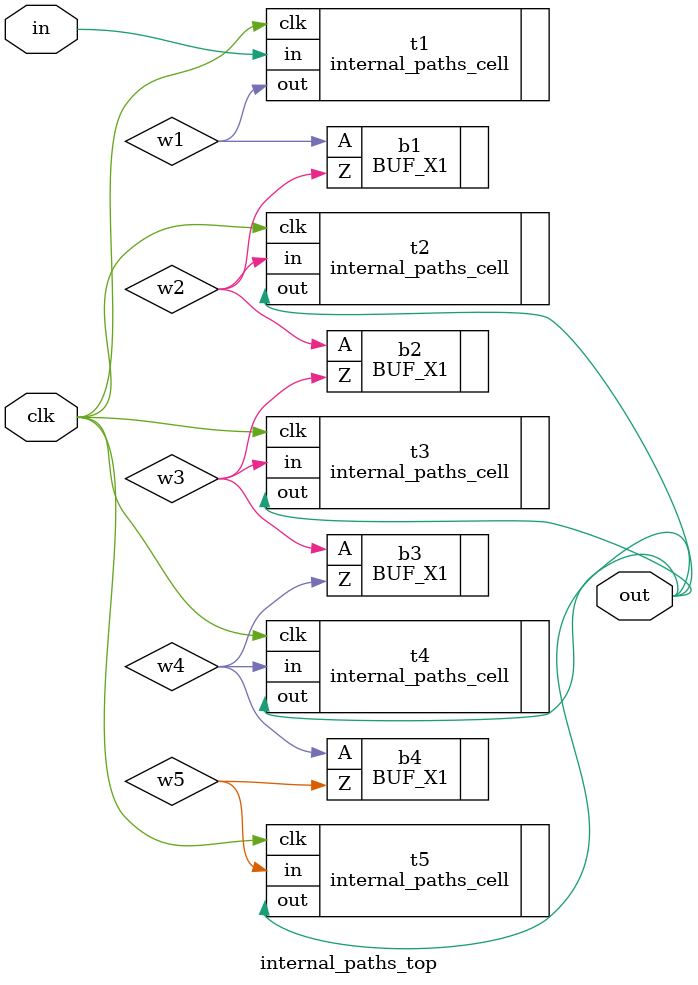
<source format=v>
module internal_paths_top (input in, input clk, output out);

  wire w1, w2, w3, w4, w5;

  internal_paths_cell t1 (.in(in), .clk(clk), .out(w1));

  BUF_X1 b1 (.A(w1), .Z(w2));
  BUF_X1 b2 (.A(w2), .Z(w3));

  internal_paths_cell t2 (.in(w2), .clk(clk), .out(out));

  internal_paths_cell t3 (.in(w3), .clk(clk), .out(out));

  BUF_X1 b3 (.A(w3), .Z(w4));
  BUF_X1 b4 (.A(w4), .Z(w5));

  internal_paths_cell t4 (.in(w4), .clk(clk), .out(out));

  internal_paths_cell t5 (.in(w5), .clk(clk), .out(out));
  
endmodule
</source>
